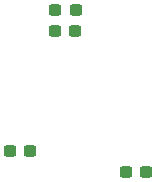
<source format=gbr>
%TF.GenerationSoftware,KiCad,Pcbnew,(6.0.1)*%
%TF.CreationDate,2022-02-14T11:56:50-05:00*%
%TF.ProjectId,driver-control-board,64726976-6572-42d6-936f-6e74726f6c2d,rev?*%
%TF.SameCoordinates,Original*%
%TF.FileFunction,Paste,Bot*%
%TF.FilePolarity,Positive*%
%FSLAX46Y46*%
G04 Gerber Fmt 4.6, Leading zero omitted, Abs format (unit mm)*
G04 Created by KiCad (PCBNEW (6.0.1)) date 2022-02-14 11:56:50*
%MOMM*%
%LPD*%
G01*
G04 APERTURE LIST*
G04 Aperture macros list*
%AMRoundRect*
0 Rectangle with rounded corners*
0 $1 Rounding radius*
0 $2 $3 $4 $5 $6 $7 $8 $9 X,Y pos of 4 corners*
0 Add a 4 corners polygon primitive as box body*
4,1,4,$2,$3,$4,$5,$6,$7,$8,$9,$2,$3,0*
0 Add four circle primitives for the rounded corners*
1,1,$1+$1,$2,$3*
1,1,$1+$1,$4,$5*
1,1,$1+$1,$6,$7*
1,1,$1+$1,$8,$9*
0 Add four rect primitives between the rounded corners*
20,1,$1+$1,$2,$3,$4,$5,0*
20,1,$1+$1,$4,$5,$6,$7,0*
20,1,$1+$1,$6,$7,$8,$9,0*
20,1,$1+$1,$8,$9,$2,$3,0*%
G04 Aperture macros list end*
%ADD10RoundRect,0.237500X0.300000X0.237500X-0.300000X0.237500X-0.300000X-0.237500X0.300000X-0.237500X0*%
G04 APERTURE END LIST*
D10*
%TO.C,C5*%
X78105000Y-101600000D03*
X76380000Y-101600000D03*
%TD*%
%TO.C,C7*%
X78078500Y-103378000D03*
X76353500Y-103378000D03*
%TD*%
%TO.C,C9*%
X74268500Y-113538000D03*
X72543500Y-113538000D03*
%TD*%
%TO.C,C11*%
X84047500Y-115316000D03*
X82322500Y-115316000D03*
%TD*%
M02*

</source>
